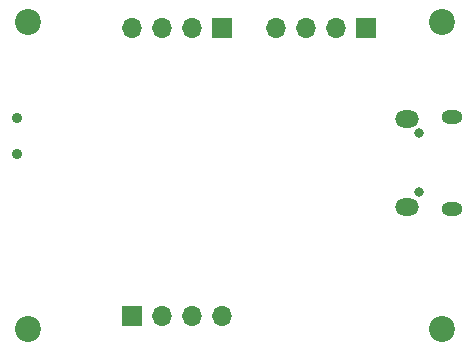
<source format=gbr>
%TF.GenerationSoftware,KiCad,Pcbnew,7.0.9*%
%TF.CreationDate,2024-01-02T09:41:28+05:30*%
%TF.ProjectId,STM32F103C8T6,53544d33-3246-4313-9033-433854362e6b,rev?*%
%TF.SameCoordinates,Original*%
%TF.FileFunction,Soldermask,Bot*%
%TF.FilePolarity,Negative*%
%FSLAX46Y46*%
G04 Gerber Fmt 4.6, Leading zero omitted, Abs format (unit mm)*
G04 Created by KiCad (PCBNEW 7.0.9) date 2024-01-02 09:41:28*
%MOMM*%
%LPD*%
G01*
G04 APERTURE LIST*
%ADD10C,2.200000*%
%ADD11R,1.700000X1.700000*%
%ADD12O,1.700000X1.700000*%
%ADD13O,0.800000X0.800000*%
%ADD14O,1.800000X1.150000*%
%ADD15O,2.000000X1.450000*%
%ADD16C,0.900000*%
G04 APERTURE END LIST*
D10*
%TO.C,H3*%
X92000000Y-81000000D03*
%TD*%
D11*
%TO.C,J3*%
X73406000Y-81534000D03*
D12*
X70866000Y-81534000D03*
X68326000Y-81534000D03*
X65786000Y-81534000D03*
%TD*%
D13*
%TO.C,J1*%
X90132000Y-95464000D03*
X90132000Y-90464000D03*
D14*
X92882000Y-96839000D03*
D15*
X89082000Y-96689000D03*
X89082000Y-89239000D03*
D14*
X92882000Y-89089000D03*
%TD*%
D16*
%TO.C,SW1*%
X56025000Y-89178000D03*
X56025000Y-92178000D03*
%TD*%
D11*
%TO.C,J4*%
X65786000Y-105918000D03*
D12*
X68326000Y-105918000D03*
X70866000Y-105918000D03*
X73406000Y-105918000D03*
%TD*%
D10*
%TO.C,H4*%
X57000000Y-81000000D03*
%TD*%
D11*
%TO.C,J2*%
X85598000Y-81534000D03*
D12*
X83058000Y-81534000D03*
X80518000Y-81534000D03*
X77978000Y-81534000D03*
%TD*%
D10*
%TO.C,H2*%
X92000000Y-107000000D03*
%TD*%
%TO.C,H1*%
X57000000Y-107000000D03*
%TD*%
M02*

</source>
